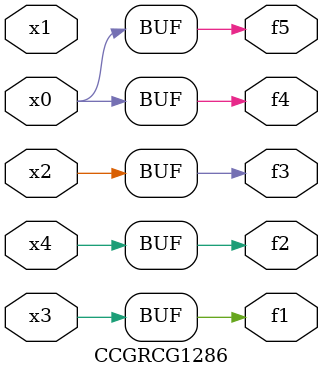
<source format=v>
module CCGRCG1286(
	input x0, x1, x2, x3, x4,
	output f1, f2, f3, f4, f5
);
	assign f1 = x3;
	assign f2 = x4;
	assign f3 = x2;
	assign f4 = x0;
	assign f5 = x0;
endmodule

</source>
